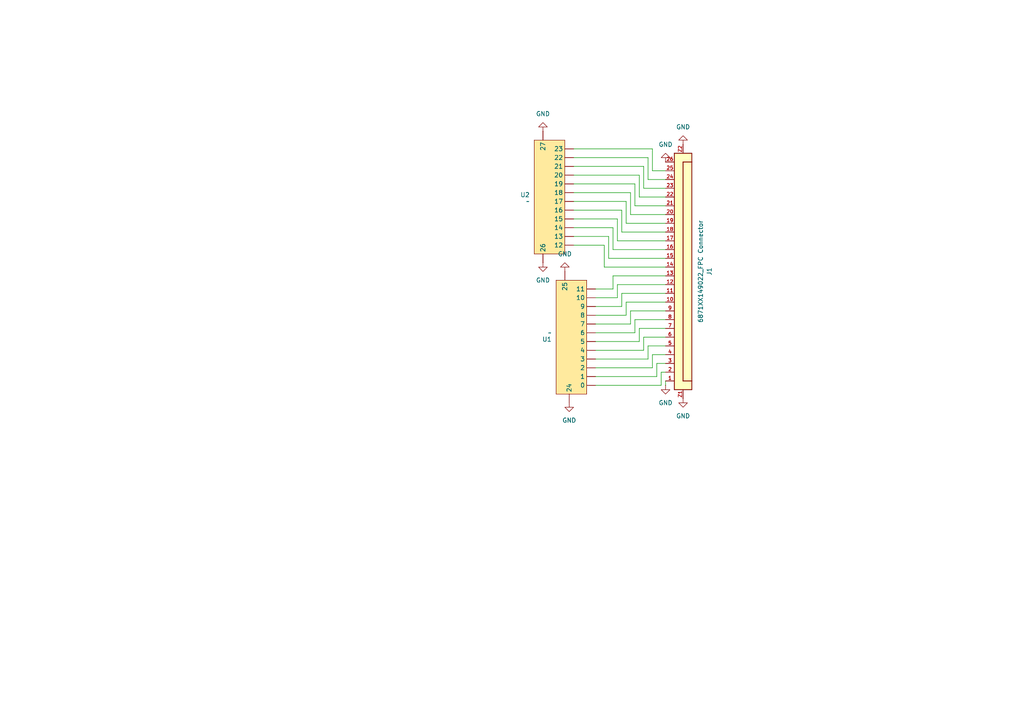
<source format=kicad_sch>
(kicad_sch
	(version 20250114)
	(generator "eeschema")
	(generator_version "9.0")
	(uuid "2ca36774-2930-462a-ae34-62a4df04b9b0")
	(paper "A4")
	(lib_symbols
		(symbol "6871XX149022_687126149022:6871XX149022_FPC Connector"
			(pin_names
				(offset 1.016)
			)
			(exclude_from_sim no)
			(in_bom yes)
			(on_board yes)
			(property "Reference" "J"
				(at -1.27 3.048 0)
				(effects
					(font
						(size 1.27 1.27)
					)
					(justify bottom)
				)
			)
			(property "Value" "6871XX149022_FPC Connector"
				(at 31.45 -5.08 0)
				(effects
					(font
						(size 1.27 1.27)
					)
					(justify left bottom)
				)
			)
			(property "Footprint" "6871XX149022_687126149022:687126149022"
				(at 0 0 0)
				(effects
					(font
						(size 1.27 1.27)
					)
					(justify bottom)
					(hide yes)
				)
			)
			(property "Datasheet" ""
				(at 0 0 0)
				(effects
					(font
						(size 1.27 1.27)
					)
					(hide yes)
				)
			)
			(property "Description" ""
				(at 0 0 0)
				(effects
					(font
						(size 1.27 1.27)
					)
					(hide yes)
				)
			)
			(property "MF" "Würth Elektronik"
				(at 0 0 0)
				(effects
					(font
						(size 1.27 1.27)
					)
					(justify bottom)
					(hide yes)
				)
			)
			(property "Description_1" "26 Position FFC, FPC Connector Contacts, Bottom 0.020 (0.50mm) Surface Mount, Right Angle"
				(at 0 0 0)
				(effects
					(font
						(size 1.27 1.27)
					)
					(justify bottom)
					(hide yes)
				)
			)
			(property "Package" "None"
				(at 0 0 0)
				(effects
					(font
						(size 1.27 1.27)
					)
					(justify bottom)
					(hide yes)
				)
			)
			(property "Price" "None"
				(at 0 0 0)
				(effects
					(font
						(size 1.27 1.27)
					)
					(justify bottom)
					(hide yes)
				)
			)
			(property "SnapEDA_Link" "https://www.snapeda.com/parts/687126149022/W%25C3%25BCrth+Elektronik+Midcom/view-part/?ref=snap"
				(at -0.508 6.604 0)
				(effects
					(font
						(size 1.27 1.27)
					)
					(justify bottom)
					(hide yes)
				)
			)
			(property "MP" "687126149022"
				(at 0 0 0)
				(effects
					(font
						(size 1.27 1.27)
					)
					(justify bottom)
					(hide yes)
				)
			)
			(property "Availability" "In Stock"
				(at 0 0 0)
				(effects
					(font
						(size 1.27 1.27)
					)
					(justify bottom)
					(hide yes)
				)
			)
			(property "Check_prices" "https://www.snapeda.com/parts/687126149022/W%25C3%25BCrth+Elektronik+Midcom/view-part/?ref=eda"
				(at -2.54 4.064 0)
				(effects
					(font
						(size 1.27 1.27)
					)
					(justify bottom)
					(hide yes)
				)
			)
			(symbol "6871XX149022_FPC Connector_0_0"
				(rectangle
					(start -35.56 -2.54)
					(end 33.02 2.54)
					(stroke
						(width 0.254)
						(type default)
					)
					(fill
						(type background)
					)
				)
				(polyline
					(pts
						(xy -33.02 2.54) (xy -33.02 0)
					)
					(stroke
						(width 0.254)
						(type default)
					)
					(fill
						(type none)
					)
				)
				(polyline
					(pts
						(xy -33.02 0) (xy 30.48 0)
					)
					(stroke
						(width 0.254)
						(type default)
					)
					(fill
						(type none)
					)
				)
				(polyline
					(pts
						(xy 30.48 0) (xy 30.48 2.54)
					)
					(stroke
						(width 0.254)
						(type default)
					)
					(fill
						(type none)
					)
				)
				(pin passive line
					(at -38.1 0 0)
					(length 2.54)
					(name "~"
						(effects
							(font
								(size 1.016 1.016)
							)
						)
					)
					(number "Z2"
						(effects
							(font
								(size 1.016 1.016)
							)
						)
					)
				)
				(pin passive line
					(at -33.02 -5.08 90)
					(length 2.54)
					(name "~"
						(effects
							(font
								(size 1.016 1.016)
							)
						)
					)
					(number "26"
						(effects
							(font
								(size 1.016 1.016)
							)
						)
					)
				)
				(pin passive line
					(at -30.48 -5.08 90)
					(length 2.54)
					(name "~"
						(effects
							(font
								(size 1.016 1.016)
							)
						)
					)
					(number "25"
						(effects
							(font
								(size 1.016 1.016)
							)
						)
					)
				)
				(pin passive line
					(at -27.94 -5.08 90)
					(length 2.54)
					(name "~"
						(effects
							(font
								(size 1.016 1.016)
							)
						)
					)
					(number "24"
						(effects
							(font
								(size 1.016 1.016)
							)
						)
					)
				)
				(pin passive line
					(at -25.4 -5.08 90)
					(length 2.54)
					(name "~"
						(effects
							(font
								(size 1.016 1.016)
							)
						)
					)
					(number "23"
						(effects
							(font
								(size 1.016 1.016)
							)
						)
					)
				)
				(pin passive line
					(at -22.86 -5.08 90)
					(length 2.54)
					(name "~"
						(effects
							(font
								(size 1.016 1.016)
							)
						)
					)
					(number "22"
						(effects
							(font
								(size 1.016 1.016)
							)
						)
					)
				)
				(pin passive line
					(at -20.32 -5.08 90)
					(length 2.54)
					(name "~"
						(effects
							(font
								(size 1.016 1.016)
							)
						)
					)
					(number "21"
						(effects
							(font
								(size 1.016 1.016)
							)
						)
					)
				)
				(pin passive line
					(at -17.78 -5.08 90)
					(length 2.54)
					(name "~"
						(effects
							(font
								(size 1.016 1.016)
							)
						)
					)
					(number "20"
						(effects
							(font
								(size 1.016 1.016)
							)
						)
					)
				)
				(pin passive line
					(at -15.24 -5.08 90)
					(length 2.54)
					(name "~"
						(effects
							(font
								(size 1.016 1.016)
							)
						)
					)
					(number "19"
						(effects
							(font
								(size 1.016 1.016)
							)
						)
					)
				)
				(pin passive line
					(at -12.7 -5.08 90)
					(length 2.54)
					(name "~"
						(effects
							(font
								(size 1.016 1.016)
							)
						)
					)
					(number "18"
						(effects
							(font
								(size 1.016 1.016)
							)
						)
					)
				)
				(pin passive line
					(at -10.16 -5.08 90)
					(length 2.54)
					(name "~"
						(effects
							(font
								(size 1.016 1.016)
							)
						)
					)
					(number "17"
						(effects
							(font
								(size 1.016 1.016)
							)
						)
					)
				)
				(pin passive line
					(at -7.62 -5.08 90)
					(length 2.54)
					(name "~"
						(effects
							(font
								(size 1.016 1.016)
							)
						)
					)
					(number "16"
						(effects
							(font
								(size 1.016 1.016)
							)
						)
					)
				)
				(pin passive line
					(at -5.08 -5.08 90)
					(length 2.54)
					(name "~"
						(effects
							(font
								(size 1.016 1.016)
							)
						)
					)
					(number "15"
						(effects
							(font
								(size 1.016 1.016)
							)
						)
					)
				)
				(pin passive line
					(at -2.54 -5.08 90)
					(length 2.54)
					(name "~"
						(effects
							(font
								(size 1.016 1.016)
							)
						)
					)
					(number "14"
						(effects
							(font
								(size 1.016 1.016)
							)
						)
					)
				)
				(pin passive line
					(at 0 -5.08 90)
					(length 2.54)
					(name "~"
						(effects
							(font
								(size 1.016 1.016)
							)
						)
					)
					(number "13"
						(effects
							(font
								(size 1.016 1.016)
							)
						)
					)
				)
				(pin passive line
					(at 2.54 -5.08 90)
					(length 2.54)
					(name "~"
						(effects
							(font
								(size 1.016 1.016)
							)
						)
					)
					(number "12"
						(effects
							(font
								(size 1.016 1.016)
							)
						)
					)
				)
				(pin passive line
					(at 5.08 -5.08 90)
					(length 2.54)
					(name "~"
						(effects
							(font
								(size 1.016 1.016)
							)
						)
					)
					(number "11"
						(effects
							(font
								(size 1.016 1.016)
							)
						)
					)
				)
				(pin passive line
					(at 7.62 -5.08 90)
					(length 2.54)
					(name "~"
						(effects
							(font
								(size 1.016 1.016)
							)
						)
					)
					(number "10"
						(effects
							(font
								(size 1.016 1.016)
							)
						)
					)
				)
				(pin passive line
					(at 10.16 -5.08 90)
					(length 2.54)
					(name "~"
						(effects
							(font
								(size 1.016 1.016)
							)
						)
					)
					(number "9"
						(effects
							(font
								(size 1.016 1.016)
							)
						)
					)
				)
				(pin passive line
					(at 12.7 -5.08 90)
					(length 2.54)
					(name "~"
						(effects
							(font
								(size 1.016 1.016)
							)
						)
					)
					(number "8"
						(effects
							(font
								(size 1.016 1.016)
							)
						)
					)
				)
				(pin passive line
					(at 15.24 -5.08 90)
					(length 2.54)
					(name "~"
						(effects
							(font
								(size 1.016 1.016)
							)
						)
					)
					(number "7"
						(effects
							(font
								(size 1.016 1.016)
							)
						)
					)
				)
				(pin passive line
					(at 17.78 -5.08 90)
					(length 2.54)
					(name "~"
						(effects
							(font
								(size 1.016 1.016)
							)
						)
					)
					(number "6"
						(effects
							(font
								(size 1.016 1.016)
							)
						)
					)
				)
				(pin passive line
					(at 20.32 -5.08 90)
					(length 2.54)
					(name "~"
						(effects
							(font
								(size 1.016 1.016)
							)
						)
					)
					(number "5"
						(effects
							(font
								(size 1.016 1.016)
							)
						)
					)
				)
				(pin passive line
					(at 22.86 -5.08 90)
					(length 2.54)
					(name "~"
						(effects
							(font
								(size 1.016 1.016)
							)
						)
					)
					(number "4"
						(effects
							(font
								(size 1.016 1.016)
							)
						)
					)
				)
				(pin passive line
					(at 25.4 -5.08 90)
					(length 2.54)
					(name "~"
						(effects
							(font
								(size 1.016 1.016)
							)
						)
					)
					(number "3"
						(effects
							(font
								(size 1.016 1.016)
							)
						)
					)
				)
				(pin passive line
					(at 27.94 -5.08 90)
					(length 2.54)
					(name "~"
						(effects
							(font
								(size 1.016 1.016)
							)
						)
					)
					(number "2"
						(effects
							(font
								(size 1.016 1.016)
							)
						)
					)
				)
				(pin passive line
					(at 30.48 -5.08 90)
					(length 2.54)
					(name "~"
						(effects
							(font
								(size 1.016 1.016)
							)
						)
					)
					(number "1"
						(effects
							(font
								(size 1.016 1.016)
							)
						)
					)
				)
				(pin passive line
					(at 35.56 0 180)
					(length 2.54)
					(name "~"
						(effects
							(font
								(size 1.016 1.016)
							)
						)
					)
					(number "Z1"
						(effects
							(font
								(size 1.016 1.016)
							)
						)
					)
				)
			)
			(embedded_fonts no)
		)
		(symbol "USB plug:699C124-2A6-111_USB_first half"
			(exclude_from_sim no)
			(in_bom yes)
			(on_board yes)
			(property "Reference" "U?"
				(at 1.524 1.016 0)
				(effects
					(font
						(size 1.27 1.27)
					)
				)
			)
			(property "Value" ""
				(at 0 0 0)
				(effects
					(font
						(size 1.27 1.27)
					)
				)
			)
			(property "Footprint" "USBPlug:699C124-2A6-111 USB Plug_first half"
				(at -1.27 -34.29 0)
				(effects
					(font
						(size 1.27 1.27)
					)
					(hide yes)
				)
			)
			(property "Datasheet" ""
				(at 0 0 0)
				(effects
					(font
						(size 1.27 1.27)
					)
					(hide yes)
				)
			)
			(property "Description" ""
				(at 0 0 0)
				(effects
					(font
						(size 1.27 1.27)
					)
					(hide yes)
				)
			)
			(symbol "699C124-2A6-111_USB_first half_1_1"
				(rectangle
					(start 0 0)
					(end 8.89 -33.02)
					(stroke
						(width 0)
						(type solid)
					)
					(fill
						(type color)
						(color 255 234 158 1)
					)
				)
				(pin unspecified line
					(at 2.54 -35.56 90)
					(length 2.54)
					(name "25"
						(effects
							(font
								(size 1.27 1.27)
							)
						)
					)
					(number ""
						(effects
							(font
								(size 1.27 1.27)
							)
						)
					)
				)
				(pin unspecified line
					(at 3.81 2.54 270)
					(length 2.54)
					(name "24"
						(effects
							(font
								(size 1.27 1.27)
							)
						)
					)
					(number ""
						(effects
							(font
								(size 1.27 1.27)
							)
						)
					)
				)
				(pin unspecified line
					(at 11.43 -2.54 180)
					(length 2.54)
					(name "0"
						(effects
							(font
								(size 1.27 1.27)
							)
						)
					)
					(number ""
						(effects
							(font
								(size 1.27 1.27)
							)
						)
					)
				)
				(pin unspecified line
					(at 11.43 -5.08 180)
					(length 2.54)
					(name "1"
						(effects
							(font
								(size 1.27 1.27)
							)
						)
					)
					(number ""
						(effects
							(font
								(size 1.27 1.27)
							)
						)
					)
				)
				(pin unspecified line
					(at 11.43 -7.62 180)
					(length 2.54)
					(name "2"
						(effects
							(font
								(size 1.27 1.27)
							)
						)
					)
					(number ""
						(effects
							(font
								(size 1.27 1.27)
							)
						)
					)
				)
				(pin unspecified line
					(at 11.43 -10.16 180)
					(length 2.54)
					(name "3"
						(effects
							(font
								(size 1.27 1.27)
							)
						)
					)
					(number ""
						(effects
							(font
								(size 1.27 1.27)
							)
						)
					)
				)
				(pin unspecified line
					(at 11.43 -12.7 180)
					(length 2.54)
					(name "4"
						(effects
							(font
								(size 1.27 1.27)
							)
						)
					)
					(number ""
						(effects
							(font
								(size 1.27 1.27)
							)
						)
					)
				)
				(pin unspecified line
					(at 11.43 -15.24 180)
					(length 2.54)
					(name "5"
						(effects
							(font
								(size 1.27 1.27)
							)
						)
					)
					(number ""
						(effects
							(font
								(size 1.27 1.27)
							)
						)
					)
				)
				(pin unspecified line
					(at 11.43 -17.78 180)
					(length 2.54)
					(name "6"
						(effects
							(font
								(size 1.27 1.27)
							)
						)
					)
					(number ""
						(effects
							(font
								(size 1.27 1.27)
							)
						)
					)
				)
				(pin unspecified line
					(at 11.43 -20.32 180)
					(length 2.54)
					(name "7"
						(effects
							(font
								(size 1.27 1.27)
							)
						)
					)
					(number ""
						(effects
							(font
								(size 1.27 1.27)
							)
						)
					)
				)
				(pin unspecified line
					(at 11.43 -22.86 180)
					(length 2.54)
					(name "8"
						(effects
							(font
								(size 1.27 1.27)
							)
						)
					)
					(number ""
						(effects
							(font
								(size 1.27 1.27)
							)
						)
					)
				)
				(pin unspecified line
					(at 11.43 -25.4 180)
					(length 2.54)
					(name "9"
						(effects
							(font
								(size 1.27 1.27)
							)
						)
					)
					(number ""
						(effects
							(font
								(size 1.27 1.27)
							)
						)
					)
				)
				(pin unspecified line
					(at 11.43 -27.94 180)
					(length 2.54)
					(name "10"
						(effects
							(font
								(size 1.27 1.27)
							)
						)
					)
					(number ""
						(effects
							(font
								(size 1.27 1.27)
							)
						)
					)
				)
				(pin unspecified line
					(at 11.43 -30.48 180)
					(length 2.54)
					(name "11"
						(effects
							(font
								(size 1.27 1.27)
							)
						)
					)
					(number ""
						(effects
							(font
								(size 1.27 1.27)
							)
						)
					)
				)
			)
			(embedded_fonts no)
		)
		(symbol "USB plug:699C124-2A6-111_USB_second_half"
			(exclude_from_sim no)
			(in_bom yes)
			(on_board yes)
			(property "Reference" "U?"
				(at -7.874 1.27 0)
				(effects
					(font
						(size 1.27 1.27)
					)
				)
			)
			(property "Value" ""
				(at 0 0 0)
				(effects
					(font
						(size 1.27 1.27)
					)
				)
			)
			(property "Footprint" "USBPlug:699C124-2A6-111 USB Plug_second half"
				(at -1.27 -34.29 0)
				(effects
					(font
						(size 1.27 1.27)
					)
					(hide yes)
				)
			)
			(property "Datasheet" ""
				(at 0 0 0)
				(effects
					(font
						(size 1.27 1.27)
					)
					(hide yes)
				)
			)
			(property "Description" ""
				(at 0 0 0)
				(effects
					(font
						(size 1.27 1.27)
					)
					(hide yes)
				)
			)
			(symbol "699C124-2A6-111_USB_second_half_1_1"
				(rectangle
					(start -8.89 0)
					(end 0 -33.02)
					(stroke
						(width 0)
						(type solid)
					)
					(fill
						(type color)
						(color 255 234 158 1)
					)
				)
				(pin unspecified line
					(at -11.43 -2.54 0)
					(length 2.54)
					(name "12"
						(effects
							(font
								(size 1.27 1.27)
							)
						)
					)
					(number ""
						(effects
							(font
								(size 1.27 1.27)
							)
						)
					)
				)
				(pin unspecified line
					(at -11.43 -5.08 0)
					(length 2.54)
					(name "13"
						(effects
							(font
								(size 1.27 1.27)
							)
						)
					)
					(number ""
						(effects
							(font
								(size 1.27 1.27)
							)
						)
					)
				)
				(pin unspecified line
					(at -11.43 -7.62 0)
					(length 2.54)
					(name "14"
						(effects
							(font
								(size 1.27 1.27)
							)
						)
					)
					(number ""
						(effects
							(font
								(size 1.27 1.27)
							)
						)
					)
				)
				(pin unspecified line
					(at -11.43 -10.16 0)
					(length 2.54)
					(name "15"
						(effects
							(font
								(size 1.27 1.27)
							)
						)
					)
					(number ""
						(effects
							(font
								(size 1.27 1.27)
							)
						)
					)
				)
				(pin unspecified line
					(at -11.43 -12.7 0)
					(length 2.54)
					(name "16"
						(effects
							(font
								(size 1.27 1.27)
							)
						)
					)
					(number ""
						(effects
							(font
								(size 1.27 1.27)
							)
						)
					)
				)
				(pin unspecified line
					(at -11.43 -15.24 0)
					(length 2.54)
					(name "17"
						(effects
							(font
								(size 1.27 1.27)
							)
						)
					)
					(number ""
						(effects
							(font
								(size 1.27 1.27)
							)
						)
					)
				)
				(pin unspecified line
					(at -11.43 -17.78 0)
					(length 2.54)
					(name "18"
						(effects
							(font
								(size 1.27 1.27)
							)
						)
					)
					(number ""
						(effects
							(font
								(size 1.27 1.27)
							)
						)
					)
				)
				(pin unspecified line
					(at -11.43 -20.32 0)
					(length 2.54)
					(name "19"
						(effects
							(font
								(size 1.27 1.27)
							)
						)
					)
					(number ""
						(effects
							(font
								(size 1.27 1.27)
							)
						)
					)
				)
				(pin unspecified line
					(at -11.43 -22.86 0)
					(length 2.54)
					(name "20"
						(effects
							(font
								(size 1.27 1.27)
							)
						)
					)
					(number ""
						(effects
							(font
								(size 1.27 1.27)
							)
						)
					)
				)
				(pin unspecified line
					(at -11.43 -25.4 0)
					(length 2.54)
					(name "21"
						(effects
							(font
								(size 1.27 1.27)
							)
						)
					)
					(number ""
						(effects
							(font
								(size 1.27 1.27)
							)
						)
					)
				)
				(pin unspecified line
					(at -11.43 -27.94 0)
					(length 2.54)
					(name "22"
						(effects
							(font
								(size 1.27 1.27)
							)
						)
					)
					(number ""
						(effects
							(font
								(size 1.27 1.27)
							)
						)
					)
				)
				(pin unspecified line
					(at -11.43 -30.48 0)
					(length 2.54)
					(name "23"
						(effects
							(font
								(size 1.27 1.27)
							)
						)
					)
					(number ""
						(effects
							(font
								(size 1.27 1.27)
							)
						)
					)
				)
				(pin unspecified line
					(at -2.54 2.54 270)
					(length 2.54)
					(name "26"
						(effects
							(font
								(size 1.27 1.27)
							)
						)
					)
					(number ""
						(effects
							(font
								(size 1.27 1.27)
							)
						)
					)
				)
				(pin unspecified line
					(at -2.54 -35.56 90)
					(length 2.54)
					(name "27"
						(effects
							(font
								(size 1.27 1.27)
							)
						)
					)
					(number ""
						(effects
							(font
								(size 1.27 1.27)
							)
						)
					)
				)
			)
			(embedded_fonts no)
		)
		(symbol "power:GND"
			(power)
			(pin_numbers
				(hide yes)
			)
			(pin_names
				(offset 0)
				(hide yes)
			)
			(exclude_from_sim no)
			(in_bom yes)
			(on_board yes)
			(property "Reference" "#PWR"
				(at 0 -6.35 0)
				(effects
					(font
						(size 1.27 1.27)
					)
					(hide yes)
				)
			)
			(property "Value" "GND"
				(at 0 -3.81 0)
				(effects
					(font
						(size 1.27 1.27)
					)
				)
			)
			(property "Footprint" ""
				(at 0 0 0)
				(effects
					(font
						(size 1.27 1.27)
					)
					(hide yes)
				)
			)
			(property "Datasheet" ""
				(at 0 0 0)
				(effects
					(font
						(size 1.27 1.27)
					)
					(hide yes)
				)
			)
			(property "Description" "Power symbol creates a global label with name \"GND\" , ground"
				(at 0 0 0)
				(effects
					(font
						(size 1.27 1.27)
					)
					(hide yes)
				)
			)
			(property "ki_keywords" "global power"
				(at 0 0 0)
				(effects
					(font
						(size 1.27 1.27)
					)
					(hide yes)
				)
			)
			(symbol "GND_0_1"
				(polyline
					(pts
						(xy 0 0) (xy 0 -1.27) (xy 1.27 -1.27) (xy 0 -2.54) (xy -1.27 -1.27) (xy 0 -1.27)
					)
					(stroke
						(width 0)
						(type default)
					)
					(fill
						(type none)
					)
				)
			)
			(symbol "GND_1_1"
				(pin power_in line
					(at 0 0 270)
					(length 0)
					(name "~"
						(effects
							(font
								(size 1.27 1.27)
							)
						)
					)
					(number "1"
						(effects
							(font
								(size 1.27 1.27)
							)
						)
					)
				)
			)
			(embedded_fonts no)
		)
	)
	(wire
		(pts
			(xy 172.72 88.9) (xy 180.34 88.9)
		)
		(stroke
			(width 0)
			(type default)
		)
		(uuid "00001b0e-36fa-4fb1-9374-7a0713fc811a")
	)
	(wire
		(pts
			(xy 189.23 49.53) (xy 193.04 49.53)
		)
		(stroke
			(width 0)
			(type default)
		)
		(uuid "09c00c47-79b1-4589-bb19-93f47b395b0c")
	)
	(wire
		(pts
			(xy 186.69 101.6) (xy 186.69 97.79)
		)
		(stroke
			(width 0)
			(type default)
		)
		(uuid "09d9f9fb-d381-4f99-9071-3f14063fcda1")
	)
	(wire
		(pts
			(xy 185.42 95.25) (xy 193.04 95.25)
		)
		(stroke
			(width 0)
			(type default)
		)
		(uuid "0ad26f5d-e827-4725-93e9-0381865f51cf")
	)
	(wire
		(pts
			(xy 172.72 101.6) (xy 186.69 101.6)
		)
		(stroke
			(width 0)
			(type default)
		)
		(uuid "119f1c2f-5b30-40c6-a31e-3ee2c0fe9f52")
	)
	(wire
		(pts
			(xy 187.96 104.14) (xy 187.96 100.33)
		)
		(stroke
			(width 0)
			(type default)
		)
		(uuid "126b527d-f68a-4ba8-9fd7-5e69895760f5")
	)
	(wire
		(pts
			(xy 166.37 55.88) (xy 182.88 55.88)
		)
		(stroke
			(width 0)
			(type default)
		)
		(uuid "1406dca7-4c30-4bd8-9564-38445a9e5ba4")
	)
	(wire
		(pts
			(xy 185.42 57.15) (xy 193.04 57.15)
		)
		(stroke
			(width 0)
			(type default)
		)
		(uuid "14c11d25-d446-46f9-a0a3-f9fe4a2e6322")
	)
	(wire
		(pts
			(xy 185.42 99.06) (xy 185.42 95.25)
		)
		(stroke
			(width 0)
			(type default)
		)
		(uuid "1669c42a-ab95-4eec-b81e-bf2a4a6494ab")
	)
	(wire
		(pts
			(xy 180.34 67.31) (xy 193.04 67.31)
		)
		(stroke
			(width 0)
			(type default)
		)
		(uuid "196a1b90-c197-4574-b54a-17ad44e9552e")
	)
	(wire
		(pts
			(xy 172.72 91.44) (xy 181.61 91.44)
		)
		(stroke
			(width 0)
			(type default)
		)
		(uuid "226db0a9-8449-467f-98cd-590e7c94405c")
	)
	(wire
		(pts
			(xy 166.37 50.8) (xy 185.42 50.8)
		)
		(stroke
			(width 0)
			(type default)
		)
		(uuid "24ffcd2e-2cc6-40ca-94d1-cfb25c1b5080")
	)
	(wire
		(pts
			(xy 187.96 45.72) (xy 187.96 52.07)
		)
		(stroke
			(width 0)
			(type default)
		)
		(uuid "27914dc6-a034-48f6-a77f-e7ba8a1c9933")
	)
	(wire
		(pts
			(xy 184.15 96.52) (xy 184.15 92.71)
		)
		(stroke
			(width 0)
			(type default)
		)
		(uuid "2864d4f9-b3e2-4353-a688-3457b6b010cc")
	)
	(wire
		(pts
			(xy 172.72 83.82) (xy 177.8 83.82)
		)
		(stroke
			(width 0)
			(type default)
		)
		(uuid "2cb01e38-2b11-4b01-bfe5-8ed009120ab3")
	)
	(wire
		(pts
			(xy 179.07 63.5) (xy 179.07 69.85)
		)
		(stroke
			(width 0)
			(type default)
		)
		(uuid "2f35dd78-9472-4218-b5c8-88c1d6612bdc")
	)
	(wire
		(pts
			(xy 166.37 68.58) (xy 176.53 68.58)
		)
		(stroke
			(width 0)
			(type default)
		)
		(uuid "2f6d8402-a979-47f4-9e31-864cead33acb")
	)
	(wire
		(pts
			(xy 182.88 62.23) (xy 193.04 62.23)
		)
		(stroke
			(width 0)
			(type default)
		)
		(uuid "30bce71f-6aaf-4c65-b836-56f8d5bb433f")
	)
	(wire
		(pts
			(xy 179.07 86.36) (xy 179.07 82.55)
		)
		(stroke
			(width 0)
			(type default)
		)
		(uuid "333f3ddd-a26b-4f10-99e0-d78c9c2956e3")
	)
	(wire
		(pts
			(xy 166.37 43.18) (xy 189.23 43.18)
		)
		(stroke
			(width 0)
			(type default)
		)
		(uuid "367369ed-8369-4e4a-bc30-42aa0e5920a1")
	)
	(wire
		(pts
			(xy 172.72 111.76) (xy 191.77 111.76)
		)
		(stroke
			(width 0)
			(type default)
		)
		(uuid "3dfff317-db33-407b-9bf2-3f0a5fba09fa")
	)
	(wire
		(pts
			(xy 166.37 63.5) (xy 179.07 63.5)
		)
		(stroke
			(width 0)
			(type default)
		)
		(uuid "428af7f9-7c13-47ff-8708-4d487f881969")
	)
	(wire
		(pts
			(xy 166.37 45.72) (xy 187.96 45.72)
		)
		(stroke
			(width 0)
			(type default)
		)
		(uuid "473d3223-4e59-4c70-a1a2-3427de958445")
	)
	(wire
		(pts
			(xy 190.5 105.41) (xy 193.04 105.41)
		)
		(stroke
			(width 0)
			(type default)
		)
		(uuid "5087e6d2-9fdd-445e-a769-277ec5e941b2")
	)
	(wire
		(pts
			(xy 177.8 83.82) (xy 177.8 80.01)
		)
		(stroke
			(width 0)
			(type default)
		)
		(uuid "516aee05-2bf4-4b0d-a81d-ea4ddb9d649f")
	)
	(wire
		(pts
			(xy 166.37 66.04) (xy 177.8 66.04)
		)
		(stroke
			(width 0)
			(type default)
		)
		(uuid "519ce954-02fc-4c10-864e-601a2c44c749")
	)
	(wire
		(pts
			(xy 172.72 86.36) (xy 179.07 86.36)
		)
		(stroke
			(width 0)
			(type default)
		)
		(uuid "52fc5065-a498-4b0e-9914-5c0dfa1e7783")
	)
	(wire
		(pts
			(xy 177.8 66.04) (xy 177.8 72.39)
		)
		(stroke
			(width 0)
			(type default)
		)
		(uuid "563185c8-b758-4c79-b902-c5aa83eb38cf")
	)
	(wire
		(pts
			(xy 180.34 88.9) (xy 180.34 85.09)
		)
		(stroke
			(width 0)
			(type default)
		)
		(uuid "5cbe9e33-32d6-4bf0-bd10-b4ff4e65a656")
	)
	(wire
		(pts
			(xy 189.23 106.68) (xy 189.23 102.87)
		)
		(stroke
			(width 0)
			(type default)
		)
		(uuid "613e9c84-dabe-4306-aae3-fb95f22db3c3")
	)
	(wire
		(pts
			(xy 166.37 58.42) (xy 181.61 58.42)
		)
		(stroke
			(width 0)
			(type default)
		)
		(uuid "6311e4ea-b6f2-4d55-bbd3-9ba4592d5493")
	)
	(wire
		(pts
			(xy 175.26 77.47) (xy 193.04 77.47)
		)
		(stroke
			(width 0)
			(type default)
		)
		(uuid "6ae34011-4974-43e7-95ac-4f73cf9db2bd")
	)
	(wire
		(pts
			(xy 180.34 60.96) (xy 180.34 67.31)
		)
		(stroke
			(width 0)
			(type default)
		)
		(uuid "6bfb1d04-e6c3-4700-a617-265fee885fd0")
	)
	(wire
		(pts
			(xy 184.15 92.71) (xy 193.04 92.71)
		)
		(stroke
			(width 0)
			(type default)
		)
		(uuid "72ceb7db-c21c-442c-9a49-e4d5639b177e")
	)
	(wire
		(pts
			(xy 176.53 74.93) (xy 193.04 74.93)
		)
		(stroke
			(width 0)
			(type default)
		)
		(uuid "760b6971-bfcf-4f5e-9490-9807e2cbf800")
	)
	(wire
		(pts
			(xy 181.61 64.77) (xy 193.04 64.77)
		)
		(stroke
			(width 0)
			(type default)
		)
		(uuid "7642cd13-773a-4a6b-8bc7-dbbb343b098c")
	)
	(wire
		(pts
			(xy 176.53 68.58) (xy 176.53 74.93)
		)
		(stroke
			(width 0)
			(type default)
		)
		(uuid "7b97d821-4667-4a45-8d07-13d08bb3ff81")
	)
	(wire
		(pts
			(xy 172.72 109.22) (xy 190.5 109.22)
		)
		(stroke
			(width 0)
			(type default)
		)
		(uuid "7e654e29-2e48-4e2c-b6b8-3806952cc847")
	)
	(wire
		(pts
			(xy 191.77 111.76) (xy 191.77 107.95)
		)
		(stroke
			(width 0)
			(type default)
		)
		(uuid "7e80e2f8-f5ab-47ed-b023-c9cd9044fb58")
	)
	(wire
		(pts
			(xy 181.61 91.44) (xy 181.61 87.63)
		)
		(stroke
			(width 0)
			(type default)
		)
		(uuid "80f0a790-3944-4fa1-979a-57f28e0cecae")
	)
	(wire
		(pts
			(xy 184.15 59.69) (xy 193.04 59.69)
		)
		(stroke
			(width 0)
			(type default)
		)
		(uuid "81751864-1e31-4261-bca9-70ae06f746eb")
	)
	(wire
		(pts
			(xy 189.23 43.18) (xy 189.23 49.53)
		)
		(stroke
			(width 0)
			(type default)
		)
		(uuid "844a0941-61bd-4a0b-91ee-0774568be7a6")
	)
	(wire
		(pts
			(xy 166.37 71.12) (xy 175.26 71.12)
		)
		(stroke
			(width 0)
			(type default)
		)
		(uuid "8518a6b5-ddd8-4994-a6e2-acec2cface1b")
	)
	(wire
		(pts
			(xy 190.5 109.22) (xy 190.5 105.41)
		)
		(stroke
			(width 0)
			(type default)
		)
		(uuid "861e6bfd-091f-4f54-a2eb-77badc6fbdca")
	)
	(wire
		(pts
			(xy 166.37 53.34) (xy 184.15 53.34)
		)
		(stroke
			(width 0)
			(type default)
		)
		(uuid "8890d3bf-c961-4970-96f1-a3a098e4a420")
	)
	(wire
		(pts
			(xy 186.69 54.61) (xy 193.04 54.61)
		)
		(stroke
			(width 0)
			(type default)
		)
		(uuid "89337e53-ad56-4894-b437-e85fb8728be4")
	)
	(wire
		(pts
			(xy 177.8 72.39) (xy 193.04 72.39)
		)
		(stroke
			(width 0)
			(type default)
		)
		(uuid "896ddcb2-bea9-42d3-b73b-97aea3d9694a")
	)
	(wire
		(pts
			(xy 186.69 97.79) (xy 193.04 97.79)
		)
		(stroke
			(width 0)
			(type default)
		)
		(uuid "8dd6ed57-c936-4d8a-b146-ee245d091fc1")
	)
	(wire
		(pts
			(xy 193.04 111.76) (xy 193.04 110.49)
		)
		(stroke
			(width 0)
			(type default)
		)
		(uuid "8e301741-d6ae-4f1d-ba2d-83f39c72f804")
	)
	(wire
		(pts
			(xy 187.96 52.07) (xy 193.04 52.07)
		)
		(stroke
			(width 0)
			(type default)
		)
		(uuid "9b966b5b-b8a4-4c1a-a3b3-103dd9cf8d87")
	)
	(wire
		(pts
			(xy 187.96 100.33) (xy 193.04 100.33)
		)
		(stroke
			(width 0)
			(type default)
		)
		(uuid "a0c67a2e-dff2-44cf-9133-45346fc75864")
	)
	(wire
		(pts
			(xy 179.07 82.55) (xy 193.04 82.55)
		)
		(stroke
			(width 0)
			(type default)
		)
		(uuid "acf94acd-a060-450e-9b46-bd6f98b2d73b")
	)
	(wire
		(pts
			(xy 182.88 93.98) (xy 182.88 90.17)
		)
		(stroke
			(width 0)
			(type default)
		)
		(uuid "ae660414-1bef-425c-b3a5-6d42062ba7cf")
	)
	(wire
		(pts
			(xy 182.88 90.17) (xy 193.04 90.17)
		)
		(stroke
			(width 0)
			(type default)
		)
		(uuid "b4b6ccd0-ec18-422a-a5b7-a68efc93a568")
	)
	(wire
		(pts
			(xy 189.23 102.87) (xy 193.04 102.87)
		)
		(stroke
			(width 0)
			(type default)
		)
		(uuid "baee0375-3b4a-4ab2-893c-f853a4d300d7")
	)
	(wire
		(pts
			(xy 180.34 85.09) (xy 193.04 85.09)
		)
		(stroke
			(width 0)
			(type default)
		)
		(uuid "bb3809ad-b356-4291-8663-135c6bc71042")
	)
	(wire
		(pts
			(xy 182.88 55.88) (xy 182.88 62.23)
		)
		(stroke
			(width 0)
			(type default)
		)
		(uuid "bf6a7eb3-9081-4798-ad0d-d4eceefe0707")
	)
	(wire
		(pts
			(xy 181.61 87.63) (xy 193.04 87.63)
		)
		(stroke
			(width 0)
			(type default)
		)
		(uuid "c212c921-d1b1-4bf7-8a8b-f255ea2f4020")
	)
	(wire
		(pts
			(xy 175.26 71.12) (xy 175.26 77.47)
		)
		(stroke
			(width 0)
			(type default)
		)
		(uuid "c68ab8d2-0ab8-40f6-8aa4-fb66b660fa3a")
	)
	(wire
		(pts
			(xy 172.72 93.98) (xy 182.88 93.98)
		)
		(stroke
			(width 0)
			(type default)
		)
		(uuid "c8fad0a6-9a4e-46f5-8984-940e5782007f")
	)
	(wire
		(pts
			(xy 191.77 107.95) (xy 193.04 107.95)
		)
		(stroke
			(width 0)
			(type default)
		)
		(uuid "cf4c56e7-dff1-4bd0-bd96-1393f13e1786")
	)
	(wire
		(pts
			(xy 186.69 48.26) (xy 186.69 54.61)
		)
		(stroke
			(width 0)
			(type default)
		)
		(uuid "d171aea3-43c8-4618-8bf3-3de8d5455894")
	)
	(wire
		(pts
			(xy 172.72 106.68) (xy 189.23 106.68)
		)
		(stroke
			(width 0)
			(type default)
		)
		(uuid "d3cce094-333c-49aa-bb95-5dbadd84af76")
	)
	(wire
		(pts
			(xy 172.72 96.52) (xy 184.15 96.52)
		)
		(stroke
			(width 0)
			(type default)
		)
		(uuid "d6197e77-3090-4201-b52e-abe017412c5c")
	)
	(wire
		(pts
			(xy 172.72 104.14) (xy 187.96 104.14)
		)
		(stroke
			(width 0)
			(type default)
		)
		(uuid "d6ca8b2e-d2ab-414a-95f9-3428858a353a")
	)
	(wire
		(pts
			(xy 185.42 50.8) (xy 185.42 57.15)
		)
		(stroke
			(width 0)
			(type default)
		)
		(uuid "d92360ad-faa2-41e4-8c68-6d8315a8dccf")
	)
	(wire
		(pts
			(xy 166.37 60.96) (xy 180.34 60.96)
		)
		(stroke
			(width 0)
			(type default)
		)
		(uuid "ddd262fa-4cfb-410d-93d9-63ab9cbeb7ad")
	)
	(wire
		(pts
			(xy 179.07 69.85) (xy 193.04 69.85)
		)
		(stroke
			(width 0)
			(type default)
		)
		(uuid "e586f887-0292-4a54-b848-555c6ac3baf1")
	)
	(wire
		(pts
			(xy 181.61 58.42) (xy 181.61 64.77)
		)
		(stroke
			(width 0)
			(type default)
		)
		(uuid "e8f36f0c-4f19-4716-855a-59ff141801a7")
	)
	(wire
		(pts
			(xy 177.8 80.01) (xy 193.04 80.01)
		)
		(stroke
			(width 0)
			(type default)
		)
		(uuid "ecd042de-bdcc-4828-b711-7ede5c6f4d06")
	)
	(wire
		(pts
			(xy 166.37 48.26) (xy 186.69 48.26)
		)
		(stroke
			(width 0)
			(type default)
		)
		(uuid "fb72024c-e111-417b-81dd-45c768ed4328")
	)
	(wire
		(pts
			(xy 184.15 53.34) (xy 184.15 59.69)
		)
		(stroke
			(width 0)
			(type default)
		)
		(uuid "fc10c830-1f1e-47e8-b90b-775d64e926bf")
	)
	(wire
		(pts
			(xy 172.72 99.06) (xy 185.42 99.06)
		)
		(stroke
			(width 0)
			(type default)
		)
		(uuid "fe02cd8f-190a-41cb-90f4-a5d80fc71239")
	)
	(symbol
		(lib_id "6871XX149022_687126149022:6871XX149022_FPC Connector")
		(at 198.12 80.01 270)
		(unit 1)
		(exclude_from_sim no)
		(in_bom yes)
		(on_board yes)
		(dnp no)
		(uuid "04d0f323-fd5d-4643-bc96-2d16344d7c1e")
		(property "Reference" "J1"
			(at 205.74 78.74 0)
			(effects
				(font
					(size 1.27 1.27)
				)
			)
		)
		(property "Value" "6871XX149022_FPC Connector"
			(at 203.2 78.74 0)
			(effects
				(font
					(size 1.27 1.27)
				)
			)
		)
		(property "Footprint" "FPC Connector:FPC_Connector_Kontakte"
			(at 198.12 80.01 0)
			(effects
				(font
					(size 1.27 1.27)
				)
				(justify bottom)
				(hide yes)
			)
		)
		(property "Datasheet" ""
			(at 198.12 80.01 0)
			(effects
				(font
					(size 1.27 1.27)
				)
				(hide yes)
			)
		)
		(property "Description" ""
			(at 198.12 80.01 0)
			(effects
				(font
					(size 1.27 1.27)
				)
				(hide yes)
			)
		)
		(property "MF" "Würth Elektronik"
			(at 198.12 80.01 0)
			(effects
				(font
					(size 1.27 1.27)
				)
				(justify bottom)
				(hide yes)
			)
		)
		(property "Description_1" "26 Position FFC, FPC Connector Contacts, Bottom 0.020 (0.50mm) Surface Mount, Right Angle"
			(at 198.12 80.01 0)
			(effects
				(font
					(size 1.27 1.27)
				)
				(justify bottom)
				(hide yes)
			)
		)
		(property "Package" "None"
			(at 198.12 80.01 0)
			(effects
				(font
					(size 1.27 1.27)
				)
				(justify bottom)
				(hide yes)
			)
		)
		(property "Price" "None"
			(at 198.12 80.01 0)
			(effects
				(font
					(size 1.27 1.27)
				)
				(justify bottom)
				(hide yes)
			)
		)
		(property "SnapEDA_Link" "https://www.snapeda.com/parts/687126149022/W%25C3%25BCrth+Elektronik+Midcom/view-part/?ref=snap"
			(at 204.724 79.502 0)
			(effects
				(font
					(size 1.27 1.27)
				)
				(justify bottom)
				(hide yes)
			)
		)
		(property "MP" "687126149022"
			(at 198.12 80.01 0)
			(effects
				(font
					(size 1.27 1.27)
				)
				(justify bottom)
				(hide yes)
			)
		)
		(property "Availability" "In Stock"
			(at 198.12 80.01 0)
			(effects
				(font
					(size 1.27 1.27)
				)
				(justify bottom)
				(hide yes)
			)
		)
		(property "Check_prices" "https://www.snapeda.com/parts/687126149022/W%25C3%25BCrth+Elektronik+Midcom/view-part/?ref=eda"
			(at 202.184 77.47 0)
			(effects
				(font
					(size 1.27 1.27)
				)
				(justify bottom)
				(hide yes)
			)
		)
		(pin "Z2"
			(uuid "04659b7c-5f6f-4887-a533-93a98ede5fa7")
		)
		(pin "26"
			(uuid "f16dbcd9-f8f0-46ea-934a-1a4562435a29")
		)
		(pin "25"
			(uuid "3583716b-2d20-464e-abf8-fcf16fae357e")
		)
		(pin "24"
			(uuid "a3dfd6d3-4594-43bc-8ee6-66df76d796c2")
		)
		(pin "23"
			(uuid "ce6a3699-a629-423f-bb40-c36bce80490d")
		)
		(pin "22"
			(uuid "0a8c6b8c-bd49-4f54-884a-42a5b0304f50")
		)
		(pin "10"
			(uuid "412eca02-821b-4afd-8894-12cfb5721a37")
		)
		(pin "Z1"
			(uuid "c547cc25-3aae-44fc-83e8-0ae070ae7842")
		)
		(pin "6"
			(uuid "f254c5fc-7629-4efb-adc0-75ebeb68e1ed")
		)
		(pin "3"
			(uuid "ba4b8b5c-92aa-4b0e-8ed1-7f11515acc84")
		)
		(pin "12"
			(uuid "869a482b-7799-437e-8181-fcabd228f8d8")
		)
		(pin "8"
			(uuid "de078905-a0fc-4645-a04a-ec90530cb205")
		)
		(pin "16"
			(uuid "a543d948-8627-4ef8-babd-9535088a1c3c")
		)
		(pin "20"
			(uuid "fb5c9336-e4ae-4d3f-ad98-3b444e814bfd")
		)
		(pin "14"
			(uuid "3e74fe60-cf93-4fd9-9d3c-633e48c5d998")
		)
		(pin "19"
			(uuid "b34699b8-4a2e-4036-b2e2-161d83a35566")
		)
		(pin "13"
			(uuid "cb0f663e-b3b0-401c-9c76-57de0584e2cd")
		)
		(pin "15"
			(uuid "0a84649f-99d9-4d79-a8fe-6e3cde98f885")
		)
		(pin "17"
			(uuid "3d0322a2-a521-467a-a218-2fb910125f94")
		)
		(pin "9"
			(uuid "644619c2-05da-47d1-b148-a99b18b93150")
		)
		(pin "7"
			(uuid "3d01b757-1ff0-4b04-b62f-f001bb2b32db")
		)
		(pin "4"
			(uuid "3665ab77-f7b7-460d-8493-cace71de4797")
		)
		(pin "2"
			(uuid "a594adb2-2366-4236-8eb8-01a647185bec")
		)
		(pin "1"
			(uuid "66f4c90a-5b51-4236-9a18-d22c8974445b")
		)
		(pin "21"
			(uuid "14f777ad-9826-4363-bbc0-dd5ba2c07919")
		)
		(pin "18"
			(uuid "567e53ac-7264-4c81-9281-7d7699bac2bd")
		)
		(pin "5"
			(uuid "f8ecf166-12c8-4059-bc83-f5bf2182d6a1")
		)
		(pin "11"
			(uuid "69ff8ba2-f4e6-4fef-a790-666caf4d4488")
		)
		(instances
			(project ""
				(path "/2ca36774-2930-462a-ae34-62a4df04b9b0"
					(reference "J1")
					(unit 1)
				)
			)
		)
	)
	(symbol
		(lib_id "power:GND")
		(at 157.48 38.1 180)
		(unit 1)
		(exclude_from_sim no)
		(in_bom yes)
		(on_board yes)
		(dnp no)
		(fields_autoplaced yes)
		(uuid "1f441f47-2f7c-48e3-aa70-b96f5a550438")
		(property "Reference" "#PWR01"
			(at 157.48 31.75 0)
			(effects
				(font
					(size 1.27 1.27)
				)
				(hide yes)
			)
		)
		(property "Value" "GND"
			(at 157.48 33.02 0)
			(effects
				(font
					(size 1.27 1.27)
				)
			)
		)
		(property "Footprint" ""
			(at 157.48 38.1 0)
			(effects
				(font
					(size 1.27 1.27)
				)
				(hide yes)
			)
		)
		(property "Datasheet" ""
			(at 157.48 38.1 0)
			(effects
				(font
					(size 1.27 1.27)
				)
				(hide yes)
			)
		)
		(property "Description" "Power symbol creates a global label with name \"GND\" , ground"
			(at 157.48 38.1 0)
			(effects
				(font
					(size 1.27 1.27)
				)
				(hide yes)
			)
		)
		(pin "1"
			(uuid "08dc4b48-9c88-41bb-b5aa-7cfe0a7dd739")
		)
		(instances
			(project ""
				(path "/2ca36774-2930-462a-ae34-62a4df04b9b0"
					(reference "#PWR01")
					(unit 1)
				)
			)
		)
	)
	(symbol
		(lib_id "power:GND")
		(at 198.12 41.91 180)
		(unit 1)
		(exclude_from_sim no)
		(in_bom yes)
		(on_board yes)
		(dnp no)
		(fields_autoplaced yes)
		(uuid "27e7b876-d260-4389-ae77-5872b31db2e5")
		(property "Reference" "#PWR05"
			(at 198.12 35.56 0)
			(effects
				(font
					(size 1.27 1.27)
				)
				(hide yes)
			)
		)
		(property "Value" "GND"
			(at 198.12 36.83 0)
			(effects
				(font
					(size 1.27 1.27)
				)
			)
		)
		(property "Footprint" ""
			(at 198.12 41.91 0)
			(effects
				(font
					(size 1.27 1.27)
				)
				(hide yes)
			)
		)
		(property "Datasheet" ""
			(at 198.12 41.91 0)
			(effects
				(font
					(size 1.27 1.27)
				)
				(hide yes)
			)
		)
		(property "Description" "Power symbol creates a global label with name \"GND\" , ground"
			(at 198.12 41.91 0)
			(effects
				(font
					(size 1.27 1.27)
				)
				(hide yes)
			)
		)
		(pin "1"
			(uuid "30ba0ec0-faba-43fc-b27d-449855ee3754")
		)
		(instances
			(project "short flex"
				(path "/2ca36774-2930-462a-ae34-62a4df04b9b0"
					(reference "#PWR05")
					(unit 1)
				)
			)
		)
	)
	(symbol
		(lib_id "power:GND")
		(at 198.12 115.57 0)
		(unit 1)
		(exclude_from_sim no)
		(in_bom yes)
		(on_board yes)
		(dnp no)
		(fields_autoplaced yes)
		(uuid "2a15108d-f31e-4073-a3e0-c2d8b198a5cb")
		(property "Reference" "#PWR04"
			(at 198.12 121.92 0)
			(effects
				(font
					(size 1.27 1.27)
				)
				(hide yes)
			)
		)
		(property "Value" "GND"
			(at 198.12 120.65 0)
			(effects
				(font
					(size 1.27 1.27)
				)
			)
		)
		(property "Footprint" ""
			(at 198.12 115.57 0)
			(effects
				(font
					(size 1.27 1.27)
				)
				(hide yes)
			)
		)
		(property "Datasheet" ""
			(at 198.12 115.57 0)
			(effects
				(font
					(size 1.27 1.27)
				)
				(hide yes)
			)
		)
		(property "Description" "Power symbol creates a global label with name \"GND\" , ground"
			(at 198.12 115.57 0)
			(effects
				(font
					(size 1.27 1.27)
				)
				(hide yes)
			)
		)
		(pin "1"
			(uuid "a62c4653-29d0-4104-a3f3-ee90246a329b")
		)
		(instances
			(project ""
				(path "/2ca36774-2930-462a-ae34-62a4df04b9b0"
					(reference "#PWR04")
					(unit 1)
				)
			)
		)
	)
	(symbol
		(lib_id "power:GND")
		(at 165.1 116.84 0)
		(unit 1)
		(exclude_from_sim no)
		(in_bom yes)
		(on_board yes)
		(dnp no)
		(fields_autoplaced yes)
		(uuid "30c6ec9b-26da-4a22-a96c-cbf66cc0335a")
		(property "Reference" "#PWR03"
			(at 165.1 123.19 0)
			(effects
				(font
					(size 1.27 1.27)
				)
				(hide yes)
			)
		)
		(property "Value" "GND"
			(at 165.1 121.92 0)
			(effects
				(font
					(size 1.27 1.27)
				)
			)
		)
		(property "Footprint" ""
			(at 165.1 116.84 0)
			(effects
				(font
					(size 1.27 1.27)
				)
				(hide yes)
			)
		)
		(property "Datasheet" ""
			(at 165.1 116.84 0)
			(effects
				(font
					(size 1.27 1.27)
				)
				(hide yes)
			)
		)
		(property "Description" "Power symbol creates a global label with name \"GND\" , ground"
			(at 165.1 116.84 0)
			(effects
				(font
					(size 1.27 1.27)
				)
				(hide yes)
			)
		)
		(pin "1"
			(uuid "12035707-f2bc-4099-b455-035840f5490f")
		)
		(instances
			(project ""
				(path "/2ca36774-2930-462a-ae34-62a4df04b9b0"
					(reference "#PWR03")
					(unit 1)
				)
			)
		)
	)
	(symbol
		(lib_id "USB plug:699C124-2A6-111_USB_first half")
		(at 161.29 114.3 0)
		(mirror x)
		(unit 1)
		(exclude_from_sim no)
		(in_bom yes)
		(on_board yes)
		(dnp no)
		(uuid "5162b108-4c75-4607-ac9b-793749e0124d")
		(property "Reference" "U1"
			(at 160.02 98.4251 0)
			(effects
				(font
					(size 1.27 1.27)
				)
				(justify right)
			)
		)
		(property "Value" "~"
			(at 160.02 96.52 0)
			(effects
				(font
					(size 1.27 1.27)
				)
				(justify right)
			)
		)
		(property "Footprint" "USBPlug:699C124-2A6-111 USB Plug_first half"
			(at 160.02 80.01 0)
			(effects
				(font
					(size 1.27 1.27)
				)
				(hide yes)
			)
		)
		(property "Datasheet" ""
			(at 161.29 114.3 0)
			(effects
				(font
					(size 1.27 1.27)
				)
				(hide yes)
			)
		)
		(property "Description" ""
			(at 161.29 114.3 0)
			(effects
				(font
					(size 1.27 1.27)
				)
				(hide yes)
			)
		)
		(pin ""
			(uuid "7ec336d1-76fa-4aad-ba17-4e2dc056f885")
		)
		(pin ""
			(uuid "6212b3da-a9db-4d80-aaeb-324a943b6018")
		)
		(pin ""
			(uuid "54ba9d9e-397e-4219-92f9-be09ba7771f5")
		)
		(pin ""
			(uuid "87867a63-cb5e-4373-ae28-1581cc6f77d8")
		)
		(pin ""
			(uuid "d26ca3c2-a2b0-4f5b-85e5-e3b86d8e95a9")
		)
		(pin ""
			(uuid "cbf71a2b-9d3d-4671-b108-3375367f4c86")
		)
		(pin ""
			(uuid "d4c7d5a9-629e-42cd-899c-706572311fb8")
		)
		(pin ""
			(uuid "04929906-e8e7-42b4-b22d-f49bb8fec5e4")
		)
		(pin ""
			(uuid "c6ebd52b-6cb1-4a78-b6ac-f4d239ab1435")
		)
		(pin ""
			(uuid "56783e2d-ce55-44a9-ab6b-59fa8af8c4da")
		)
		(pin ""
			(uuid "4dda1133-e073-4cd7-b2cb-a8ccae703c56")
		)
		(pin ""
			(uuid "69b4641f-f531-44f6-bf5b-52738272008b")
		)
		(pin ""
			(uuid "12eef8f4-0e45-4c30-b505-a5855ec17578")
		)
		(pin ""
			(uuid "4e899c54-3139-4eb0-8f16-211bab7057c1")
		)
		(instances
			(project ""
				(path "/2ca36774-2930-462a-ae34-62a4df04b9b0"
					(reference "U1")
					(unit 1)
				)
			)
		)
	)
	(symbol
		(lib_id "power:GND")
		(at 193.04 111.76 0)
		(unit 1)
		(exclude_from_sim no)
		(in_bom yes)
		(on_board yes)
		(dnp no)
		(fields_autoplaced yes)
		(uuid "8095f04b-0b61-43f1-898a-6892c6488766")
		(property "Reference" "#PWR07"
			(at 193.04 118.11 0)
			(effects
				(font
					(size 1.27 1.27)
				)
				(hide yes)
			)
		)
		(property "Value" "GND"
			(at 193.04 116.84 0)
			(effects
				(font
					(size 1.27 1.27)
				)
			)
		)
		(property "Footprint" ""
			(at 193.04 111.76 0)
			(effects
				(font
					(size 1.27 1.27)
				)
				(hide yes)
			)
		)
		(property "Datasheet" ""
			(at 193.04 111.76 0)
			(effects
				(font
					(size 1.27 1.27)
				)
				(hide yes)
			)
		)
		(property "Description" "Power symbol creates a global label with name \"GND\" , ground"
			(at 193.04 111.76 0)
			(effects
				(font
					(size 1.27 1.27)
				)
				(hide yes)
			)
		)
		(pin "1"
			(uuid "7776f91c-b407-4e14-8c05-8ba729cf9cbc")
		)
		(instances
			(project ""
				(path "/2ca36774-2930-462a-ae34-62a4df04b9b0"
					(reference "#PWR07")
					(unit 1)
				)
			)
		)
	)
	(symbol
		(lib_id "power:GND")
		(at 163.83 78.74 180)
		(unit 1)
		(exclude_from_sim no)
		(in_bom yes)
		(on_board yes)
		(dnp no)
		(fields_autoplaced yes)
		(uuid "a9b5091f-56da-4cee-bb9f-e9db70803ae2")
		(property "Reference" "#PWR06"
			(at 163.83 72.39 0)
			(effects
				(font
					(size 1.27 1.27)
				)
				(hide yes)
			)
		)
		(property "Value" "GND"
			(at 163.83 73.66 0)
			(effects
				(font
					(size 1.27 1.27)
				)
			)
		)
		(property "Footprint" ""
			(at 163.83 78.74 0)
			(effects
				(font
					(size 1.27 1.27)
				)
				(hide yes)
			)
		)
		(property "Datasheet" ""
			(at 163.83 78.74 0)
			(effects
				(font
					(size 1.27 1.27)
				)
				(hide yes)
			)
		)
		(property "Description" "Power symbol creates a global label with name \"GND\" , ground"
			(at 163.83 78.74 0)
			(effects
				(font
					(size 1.27 1.27)
				)
				(hide yes)
			)
		)
		(pin "1"
			(uuid "23fb3368-b4c9-49db-ab23-55dff19c7745")
		)
		(instances
			(project "short flex"
				(path "/2ca36774-2930-462a-ae34-62a4df04b9b0"
					(reference "#PWR06")
					(unit 1)
				)
			)
		)
	)
	(symbol
		(lib_id "power:GND")
		(at 157.48 76.2 0)
		(unit 1)
		(exclude_from_sim no)
		(in_bom yes)
		(on_board yes)
		(dnp no)
		(fields_autoplaced yes)
		(uuid "ac4d2f09-af7a-4c83-9e05-ab4cb20d8f3e")
		(property "Reference" "#PWR02"
			(at 157.48 82.55 0)
			(effects
				(font
					(size 1.27 1.27)
				)
				(hide yes)
			)
		)
		(property "Value" "GND"
			(at 157.48 81.28 0)
			(effects
				(font
					(size 1.27 1.27)
				)
			)
		)
		(property "Footprint" ""
			(at 157.48 76.2 0)
			(effects
				(font
					(size 1.27 1.27)
				)
				(hide yes)
			)
		)
		(property "Datasheet" ""
			(at 157.48 76.2 0)
			(effects
				(font
					(size 1.27 1.27)
				)
				(hide yes)
			)
		)
		(property "Description" "Power symbol creates a global label with name \"GND\" , ground"
			(at 157.48 76.2 0)
			(effects
				(font
					(size 1.27 1.27)
				)
				(hide yes)
			)
		)
		(pin "1"
			(uuid "b3089024-dd72-4ca6-b15d-fe3fe514ecdf")
		)
		(instances
			(project ""
				(path "/2ca36774-2930-462a-ae34-62a4df04b9b0"
					(reference "#PWR02")
					(unit 1)
				)
			)
		)
	)
	(symbol
		(lib_id "USB plug:699C124-2A6-111_USB_second_half")
		(at 154.94 73.66 180)
		(unit 1)
		(exclude_from_sim no)
		(in_bom yes)
		(on_board yes)
		(dnp no)
		(fields_autoplaced yes)
		(uuid "b3fe17c6-e155-4b02-a338-5f1c20fa50fe")
		(property "Reference" "U2"
			(at 153.67 56.5149 0)
			(effects
				(font
					(size 1.27 1.27)
				)
				(justify left)
			)
		)
		(property "Value" "~"
			(at 153.67 58.42 0)
			(effects
				(font
					(size 1.27 1.27)
				)
				(justify left)
			)
		)
		(property "Footprint" "USBPlug:699C124-2A6-111 USB Plug_second half"
			(at 156.21 39.37 0)
			(effects
				(font
					(size 1.27 1.27)
				)
				(hide yes)
			)
		)
		(property "Datasheet" ""
			(at 154.94 73.66 0)
			(effects
				(font
					(size 1.27 1.27)
				)
				(hide yes)
			)
		)
		(property "Description" ""
			(at 154.94 73.66 0)
			(effects
				(font
					(size 1.27 1.27)
				)
				(hide yes)
			)
		)
		(pin ""
			(uuid "7ced43a9-910e-4cbe-aa90-84fd3fbf4a38")
		)
		(pin ""
			(uuid "e9ccb2cc-e78b-43b7-b283-5b2f52efe87f")
		)
		(pin ""
			(uuid "ff41a6e9-e80e-4834-9952-2e0b0a1428b7")
		)
		(pin ""
			(uuid "7fc67161-64e7-464f-bb26-fff42e039ef5")
		)
		(pin ""
			(uuid "7a91d0fc-b1c2-40d5-8581-e69dc46f1019")
		)
		(pin ""
			(uuid "a03b8cbf-c161-47d8-8b85-8737623a7ae6")
		)
		(pin ""
			(uuid "df0fe65e-9fff-4515-9816-b8780ce9ff4f")
		)
		(pin ""
			(uuid "98fe73ea-6d83-49aa-9841-da6f2894ec06")
		)
		(pin ""
			(uuid "95ae275a-ed77-4300-bbe5-a603462166f5")
		)
		(pin ""
			(uuid "1855b9b8-a351-4529-840c-c61d2e410b90")
		)
		(pin ""
			(uuid "786500f3-a271-4857-9827-6e93a389c32b")
		)
		(pin ""
			(uuid "75b49d26-1312-4e18-9fcd-aaa0cdf5b863")
		)
		(pin ""
			(uuid "3a57dfba-066a-42ac-8188-cb69be07a36d")
		)
		(pin ""
			(uuid "7ec4e994-3539-4177-99fe-f084c3179316")
		)
		(instances
			(project ""
				(path "/2ca36774-2930-462a-ae34-62a4df04b9b0"
					(reference "U2")
					(unit 1)
				)
			)
		)
	)
	(symbol
		(lib_id "power:GND")
		(at 193.04 46.99 180)
		(unit 1)
		(exclude_from_sim no)
		(in_bom yes)
		(on_board yes)
		(dnp no)
		(fields_autoplaced yes)
		(uuid "efcf1f15-4c99-4ddc-aad4-b56c064306a1")
		(property "Reference" "#PWR08"
			(at 193.04 40.64 0)
			(effects
				(font
					(size 1.27 1.27)
				)
				(hide yes)
			)
		)
		(property "Value" "GND"
			(at 193.04 41.91 0)
			(effects
				(font
					(size 1.27 1.27)
				)
			)
		)
		(property "Footprint" ""
			(at 193.04 46.99 0)
			(effects
				(font
					(size 1.27 1.27)
				)
				(hide yes)
			)
		)
		(property "Datasheet" ""
			(at 193.04 46.99 0)
			(effects
				(font
					(size 1.27 1.27)
				)
				(hide yes)
			)
		)
		(property "Description" "Power symbol creates a global label with name \"GND\" , ground"
			(at 193.04 46.99 0)
			(effects
				(font
					(size 1.27 1.27)
				)
				(hide yes)
			)
		)
		(pin "1"
			(uuid "23631732-bf98-4e60-94e5-6fa245ea9d35")
		)
		(instances
			(project ""
				(path "/2ca36774-2930-462a-ae34-62a4df04b9b0"
					(reference "#PWR08")
					(unit 1)
				)
			)
		)
	)
	(sheet_instances
		(path "/"
			(page "1")
		)
	)
	(embedded_fonts no)
)

</source>
